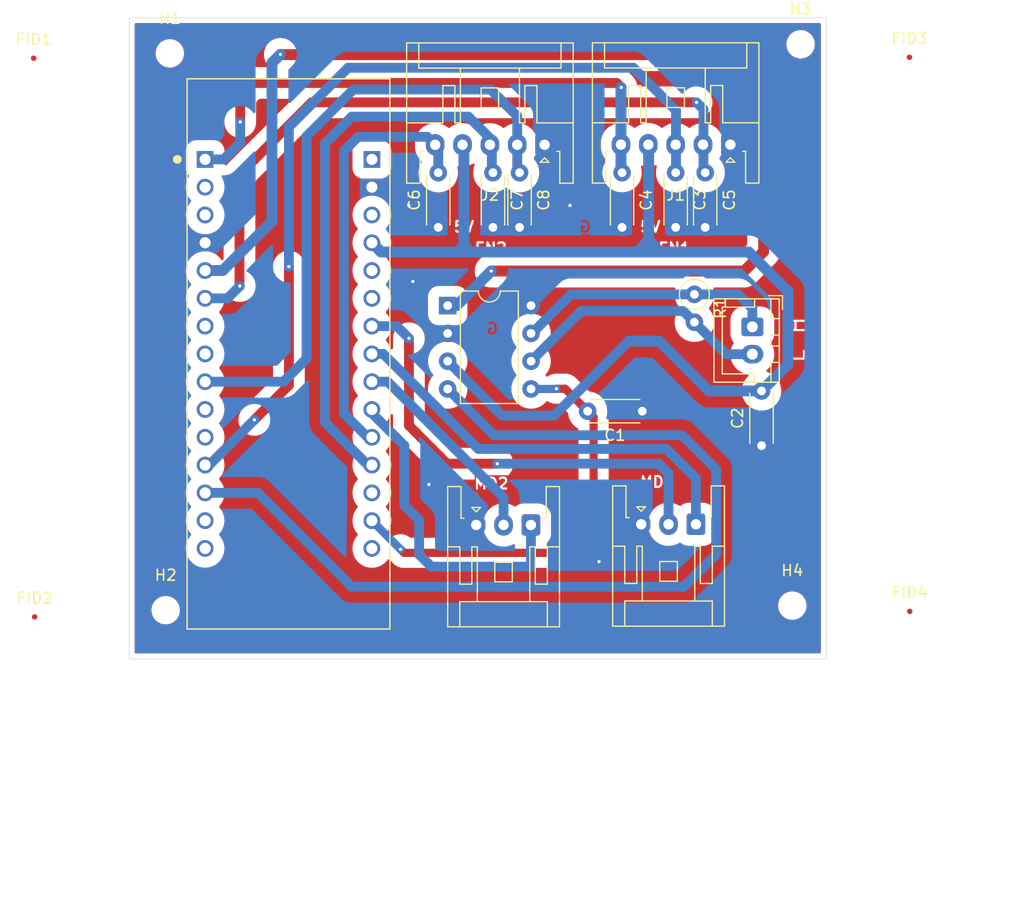
<source format=kicad_pcb>
(kicad_pcb (version 20240108) (generator "pcbnew") (generator_version "8.0")
  (layers (0 "F.Cu" signal) (31 "B.Cu" signal) (34 "B.Paste" user) (35 "F.Paste" user) (36 "B.SilkS" user "B.Silkscreen") (37 "F.SilkS" user "F.Silkscreen") (38 "B.Mask" user) (39 "F.Mask" user) (44 "Edge.Cuts" user))
  (net 0 "")
  (net 1 "A2")
  (net 2 "X2")
  (net 3 "MD1_pwm")
  (net 4 "MD2_pwm")
  (net 5 "GND")
  (net 6 "+5V")
  (net 7 "X1")
  (net 8 "A1")
  (net 9 "B1")
  (net 10 "B2")
  (net 11 "/H")
  (net 12 "/L")
  (net 13 "MD1_dir")
  (net 14 "MD2_dir")
  (net 22 "CAN_Rx")
  (net 23 "CAN_Tx")
  (net 27 "+3.3V")
  (footprint "Capacitor_THT:C_Disc_D4.3mm_W1.9mm_P5.00mm" (layer "F.Cu") (at 161.55 101.1 180)
    (property "Reference" "C1" (at 2.5 -2.2 360) (layer "F.SilkS"))
    (property "Value" "0.01μ")
    (fp_line (start 4.77 1.055) (end 4.77 1.07) (stroke (width 0.12)) (layer "F.SilkS"))
    (fp_line (start 4.77 -1.07) (end 4.77 -1.055) (stroke (width 0.12)) (layer "F.SilkS"))
    (fp_line (start 0.23 1.07) (end 4.77 1.07) (stroke (width 0.12)) (layer "F.SilkS"))
    (fp_line (start 0.23 1.055) (end 0.23 1.07) (stroke (width 0.12)) (layer "F.SilkS"))
    (fp_line (start 0.23 -1.07) (end 4.77 -1.07) (stroke (width 0.12)) (layer "F.SilkS"))
    (fp_line (start 0.23 -1.07) (end 0.23 -1.055) (stroke (width 0.12)) (layer "F.SilkS"))
    (pad "1" thru_hole circle (at 0 0 180) (size 1.6 1.6) (drill 0.8) (layers "*.Cu" "*.Mask") (net 5 "GND"))
    (pad "2" thru_hole circle (at 5 0 180) (size 1.6 1.6) (drill 0.8) (layers "*.Cu" "*.Mask") (net 27 "+3.3V"))
  )
  (footprint "Connector_JST:JST_XH_B2B-XH-A_1x02_P2.50mm_Vertical" (layer "F.Cu") (at 171.61 93.39 -90)
    (property "Reference" "J3" (hide yes))
    (property "Value" "Conn_01x02_Pin")
    (fp_line (start -2.56 3.51) (end 5.06 3.51) (stroke (width 0.12)) (layer "F.SilkS"))
    (fp_line (start 5.06 3.51) (end 5.06 -2.46) (stroke (width 0.12)) (layer "F.SilkS"))
    (fp_line (start -1.8 2.75) (end 1.25 2.75) (stroke (width 0.12)) (layer "F.SilkS"))
    (fp_line (start 4.3 2.75) (end 1.25 2.75) (stroke (width 0.12)) (layer "F.SilkS"))
    (fp_line (start -2.55 -0.2) (end -1.8 -0.2) (stroke (width 0.12)) (layer "F.SilkS"))
    (fp_line (start -1.8 -0.2) (end -1.8 2.75) (stroke (width 0.12)) (layer "F.SilkS"))
    (fp_line (start 4.3 -0.2) (end 4.3 2.75) (stroke (width 0.12)) (layer "F.SilkS"))
    (fp_line (start 5.05 -0.2) (end 4.3 -0.2) (stroke (width 0.12)) (layer "F.SilkS"))
    (fp_line (start -2.55 -1.7) (end -0.75 -1.7) (stroke (width 0.12)) (layer "F.SilkS"))
    (fp_line (start -0.75 -1.7) (end -0.75 -2.45) (stroke (width 0.12)) (layer "F.SilkS"))
    (fp_line (start 0.75 -1.7) (end 1.75 -1.7) (stroke (width 0.12)) (layer "F.SilkS"))
    (fp_line (start 1.75 -1.7) (end 1.75 -2.45) (stroke (width 0.12)) (layer "F.SilkS"))
    (fp_line (start 3.25 -1.7) (end 5.05 -1.7) (stroke (width 0.12)) (layer "F.SilkS"))
    (fp_line (start 5.05 -1.7) (end 5.05 -2.45) (stroke (width 0.12)) (layer "F.SilkS"))
    (fp_line (start -2.55 -2.45) (end -2.55 -1.7) (stroke (width 0.12)) (layer "F.SilkS"))
    (fp_line (start -0.75 -2.45) (end -2.55 -2.45) (stroke (width 0.12)) (layer "F.SilkS"))
    (fp_line (start 0.75 -2.45) (end 0.75 -1.7) (stroke (width 0.12)) (layer "F.SilkS"))
    (fp_line (start 1.75 -2.45) (end 0.75 -2.45) (stroke (width 0.12)) (layer "F.SilkS"))
    (fp_line (start 3.25 -2.45) (end 3.25 -1.7) (stroke (width 0.12)) (layer "F.SilkS"))
    (fp_line (start 5.05 -2.45) (end 3.25 -2.45) (stroke (width 0.12)) (layer "F.SilkS"))
    (fp_line (start -2.56 -2.46) (end -2.56 3.51) (stroke (width 0.12)) (layer "F.SilkS"))
    (fp_line (start 5.06 -2.46) (end -2.56 -2.46) (stroke (width 0.12)) (layer "F.SilkS"))
    (fp_line (start -2.85 -2.75) (end -2.85 -1.5) (stroke (width 0.12)) (layer "F.SilkS"))
    (fp_line (start -1.6 -2.75) (end -2.85 -2.75) (stroke (width 0.12)) (layer "F.SilkS"))
    (pad "1" thru_hole roundrect (at 0 0 270) (size 1.7 2) (drill 1) (layers "*.Cu" "*.Mask") (roundrect_rratio 0.147059) (net 11 "/H"))
    (pad "2" thru_hole oval (at 2.5 0 270) (size 1.7 2) (drill 1) (layers "*.Cu" "*.Mask") (net 12 "/L"))
  )
  (footprint "Fiducial:Fiducial_0.5mm_Mask1.5mm" (layer "F.Cu") (at 185.97 68.75)
    (property "Reference" "FID3" (at 0 -1.7145 0) (layer "F.SilkS"))
    (property "Value" "Fiducial")
    (pad "" smd circle (at 0 0) (size 0.5 0.5) (layers "F.Cu" "F.Mask") (clearance 0.5))
  )
  (footprint "Capacitor_THT:C_Disc_D4.3mm_W1.9mm_P5.00mm" (layer "F.Cu") (at 147.9 79.3 -90)
    (property "Reference" "C7" (at 2.5 -2.2 -90) (layer "F.SilkS"))
    (property "Value" "0.01μ")
    (fp_line (start 0.23 1.07) (end 4.77 1.07) (stroke (width 0.12)) (layer "F.SilkS"))
    (fp_line (start 0.23 1.055) (end 0.23 1.07) (stroke (width 0.12)) (layer "F.SilkS"))
    (fp_line (start 4.77 1.055) (end 4.77 1.07) (stroke (width 0.12)) (layer "F.SilkS"))
    (fp_line (start 0.23 -1.07) (end 0.23 -1.055) (stroke (width 0.12)) (layer "F.SilkS"))
    (fp_line (start 0.23 -1.07) (end 4.77 -1.07) (stroke (width 0.12)) (layer "F.SilkS"))
    (fp_line (start 4.77 -1.07) (end 4.77 -1.055) (stroke (width 0.12)) (layer "F.SilkS"))
    (pad "1" thru_hole circle (at 0 0 270) (size 1.6 1.6) (drill 0.8) (layers "*.Cu" "*.Mask") (net 1 "A2"))
    (pad "2" thru_hole circle (at 5 0 270) (size 1.6 1.6) (drill 0.8) (layers "*.Cu" "*.Mask") (net 5 "GND"))
  )
  (footprint "Connector_JST:JST_XA_S05B-XASK-1N-BN_1x05_P2.50mm_Horizontal" (layer "F.Cu") (at 152.62 76.75 180)
    (property "Reference" "J2" (at 5 -4.6 0) (layer "F.SilkS"))
    (property "Value" "Conn_01x05_Pin")
    (fp_line (start 12.61 9.31) (end 12.61 -3.51) (stroke (width 0.12)) (layer "F.SilkS"))
    (fp_line (start 12.61 -3.51) (end 11.39 -3.51) (stroke (width 0.12)) (layer "F.SilkS"))
    (fp_line (start 11.5 7.01) (end 11.5 9.31) (stroke (width 0.12)) (layer "F.SilkS"))
    (fp_line (start 11.39 -0.61) (end 11.11 -0.61) (stroke (width 0.12)) (layer "F.SilkS"))
    (fp_line (start 11.39 -3.51) (end 11.39 -0.61) (stroke (width 0.12)) (layer "F.SilkS"))
    (fp_line (start 9.3 5.41) (end 9.3 2) (stroke (width 0.12)) (layer "F.SilkS"))
    (fp_line (start 9.3 2) (end 12.61 2) (stroke (width 0.12)) (layer "F.SilkS"))
    (fp_line (start 8.2 5.41) (end 9.3 5.41) (stroke (width 0.12)) (layer "F.SilkS"))
    (fp_line (start 8.2 2) (end 8.2 5.41) (stroke (width 0.12)) (layer "F.SilkS"))
    (fp_line (start 7.7 7.01) (end 7.7 2) (stroke (width 0.12)) (layer "F.SilkS"))
    (fp_line (start 7.7 2) (end 8.2 2) (stroke (width 0.12)) (layer "F.SilkS"))
    (fp_line (start 5.8 5.2) (end 4.2 5.2) (stroke (width 0.12)) (layer "F.SilkS"))
    (fp_line (start 5.8 3.4) (end 5.8 5.2) (stroke (width 0.12)) (layer "F.SilkS"))
    (fp_line (start 4.2 5.2) (end 4.2 3.4) (stroke (width 0.12)) (layer "F.SilkS"))
    (fp_line (start 4.2 3.4) (end 5.8 3.4) (stroke (width 0.12)) (layer "F.SilkS"))
    (fp_line (start 2.3 7.01) (end 2.3 2) (stroke (width 0.12)) (layer "F.SilkS"))
    (fp_line (start 2.3 2) (end 1.8 2) (stroke (width 0.12)) (layer "F.SilkS"))
    (fp_line (start 1.8 5.41) (end 0.7 5.41) (stroke (width 0.12)) (layer "F.SilkS"))
    (fp_line (start 1.8 2) (end 1.8 5.41) (stroke (width 0.12)) (layer "F.SilkS"))
    (fp_line (start 0.7 5.41) (end 0.7 2) (stroke (width 0.12)) (layer "F.SilkS"))
    (fp_line (start 0.7 2) (end -2.61 2) (stroke (width 0.12)) (layer "F.SilkS"))
    (fp_line (start 0.4 -1.6) (end 0 -1.2) (stroke (width 0.12)) (layer "F.SilkS"))
    (fp_line (start 0 -1.2) (end -0.4 -1.6) (stroke (width 0.12)) (layer "F.SilkS"))
    (fp_line (start -0.4 -1.6) (end 0.4 -1.6) (stroke (width 0.12)) (layer "F.SilkS"))
    (fp_line (start -1.11 -0.61) (end -1.39 -0.61) (stroke (width 0.12)) (layer "F.SilkS"))
    (fp_line (start -1.39 -0.61) (end -1.39 -3.51) (stroke (width 0.12)) (layer "F.SilkS"))
    (fp_line (start -1.39 -3.51) (end -2.61 -3.51) (stroke (width 0.12)) (layer "F.SilkS"))
    (fp_line (start -1.5 9.31) (end -1.5 7.01) (stroke (width 0.12)) (layer "F.SilkS"))
    (fp_line (start -1.5 7.01) (end 11.5 7.01) (stroke (width 0.12)) (layer "F.SilkS"))
    (fp_line (start -2.61 9.31) (end 12.61 9.31) (stroke (width 0.12)) (layer "F.SilkS"))
    (fp_line (start -2.61 -3.51) (end -2.61 9.31) (stroke (width 0.12)) (layer "F.SilkS"))
    (pad "1" thru_hole roundrect (at 0 0 180) (size 1.7 1.95) (drill 0.95) (layers "*.Cu" "*.Mask") (roundrect_rratio 0.147059) (net 5 "GND"))
    (pad "2" thru_hole oval (at 2.5 0 180) (size 1.7 1.95) (drill 0.95) (layers "*.Cu" "*.Mask") (net 2 "X2"))
    (pad "3" thru_hole oval (at 5 0 180) (size 1.7 1.95) (drill 0.95) (layers "*.Cu" "*.Mask") (net 1 "A2"))
    (pad "4" thru_hole oval (at 7.5 0 180) (size 1.7 1.95) (drill 0.95) (layers "*.Cu" "*.Mask") (net 6 "+5V"))
    (pad "5" thru_hole oval (at 10 0 180) (size 1.7 1.95) (drill 0.95) (layers "*.Cu" "*.Mask") (net 10 "B2"))
  )
  (footprint "Resistor_THT:R_Axial_DIN0207_L6.3mm_D2.5mm_P2.54mm_Vertical" (layer "F.Cu") (at 166.31 90.424 -90)
    (property "Reference" "R1" (at 1.27 -2.37 -90) (layer "F.SilkS"))
    (property "Value" "120")
    (fp_line (start 1.37 0) (end 1.44 0) (stroke (width 0.12)) (layer "F.SilkS"))
    (fp_circle (center 0 0) (end 1.37 0) (stroke (width 0.12)) (fill none) (layer "F.SilkS"))
    (pad "1" thru_hole circle (at 0 0 270) (size 1.6 1.6) (drill 0.8) (layers "*.Cu" "*.Mask") (net 11 "/H"))
    (pad "2" thru_hole oval (at 2.54 0 270) (size 1.6 1.6) (drill 0.8) (layers "*.Cu" "*.Mask") (net 12 "/L"))
  )
  (footprint "Connector_JST:JST_XA_S05B-XASK-1N-BN_1x05_P2.50mm_Horizontal" (layer "F.Cu") (at 169.6 76.74 180)
    (property "Reference" "J1" (at 5 -4.6 0) (layer "F.SilkS"))
    (property "Value" "Conn_01x05_Pin")
    (fp_line (start 12.61 9.31) (end 12.61 -3.51) (stroke (width 0.12)) (layer "F.SilkS"))
    (fp_line (start 12.61 -3.51) (end 11.39 -3.51) (stroke (width 0.12)) (layer "F.SilkS"))
    (fp_line (start 11.5 7.01) (end 11.5 9.31) (stroke (width 0.12)) (layer "F.SilkS"))
    (fp_line (start 11.39 -0.61) (end 11.11 -0.61) (stroke (width 0.12)) (layer "F.SilkS"))
    (fp_line (start 11.39 -3.51) (end 11.39 -0.61) (stroke (width 0.12)) (layer "F.SilkS"))
    (fp_line (start 9.3 5.41) (end 9.3 2) (stroke (width 0.12)) (layer "F.SilkS"))
    (fp_line (start 9.3 2) (end 12.61 2) (stroke (width 0.12)) (layer "F.SilkS"))
    (fp_line (start 8.2 5.41) (end 9.3 5.41) (stroke (width 0.12)) (layer "F.SilkS"))
    (fp_line (start 8.2 2) (end 8.2 5.41) (stroke (width 0.12)) (layer "F.SilkS"))
    (fp_line (start 7.7 7.01) (end 7.7 2) (stroke (width 0.12)) (layer "F.SilkS"))
    (fp_line (start 7.7 2) (end 8.2 2) (stroke (width 0.12)) (layer "F.SilkS"))
    (fp_line (start 5.8 5.2) (end 4.2 5.2) (stroke (width 0.12)) (layer "F.SilkS"))
    (fp_line (start 5.8 3.4) (end 5.8 5.2) (stroke (width 0.12)) (layer "F.SilkS"))
    (fp_line (start 4.2 5.2) (end 4.2 3.4) (stroke (width 0.12)) (layer "F.SilkS"))
    (fp_line (start 4.2 3.4) (end 5.8 3.4) (stroke (width 0.12)) (layer "F.SilkS"))
    (fp_line (start 2.3 7.01) (end 2.3 2) (stroke (width 0.12)) (layer "F.SilkS"))
    (fp_line (start 2.3 2) (end 1.8 2) (stroke (width 0.12)) (layer "F.SilkS"))
    (fp_line (start 1.8 5.41) (end 0.7 5.41) (stroke (width 0.12)) (layer "F.SilkS"))
    (fp_line (start 1.8 2) (end 1.8 5.41) (stroke (width 0.12)) (layer "F.SilkS"))
    (fp_line (start 0.7 5.41) (end 0.7 2) (stroke (width 0.12)) (layer "F.SilkS"))
    (fp_line (start 0.7 2) (end -2.61 2) (stroke (width 0.12)) (layer "F.SilkS"))
    (fp_line (start 0.4 -1.6) (end 0 -1.2) (stroke (width 0.12)) (layer "F.SilkS"))
    (fp_line (start 0 -1.2) (end -0.4 -1.6) (stroke (width 0.12)) (layer "F.SilkS"))
    (fp_line (start -0.4 -1.6) (end 0.4 -1.6) (stroke (width 0.12)) (layer "F.SilkS"))
    (fp_line (start -1.11 -0.61) (end -1.39 -0.61) (stroke (width 0.12)) (layer "F.SilkS"))
    (fp_line (start -1.39 -0.61) (end -1.39 -3.51) (stroke (width 0.12)) (layer "F.SilkS"))
    (fp_line (start -1.39 -3.51) (end -2.61 -3.51) (stroke (width 0.12)) (layer "F.SilkS"))
    (fp_line (start -1.5 9.31) (end -1.5 7.01) (stroke (width 0.12)) (layer "F.SilkS"))
    (fp_line (start -1.5 7.01) (end 11.5 7.01) (stroke (width 0.12)) (layer "F.SilkS"))
    (fp_line (start -2.61 9.31) (end 12.61 9.31) (stroke (width 0.12)) (layer "F.SilkS"))
    (fp_line (start -2.61 -3.51) (end -2.61 9.31) (stroke (width 0.12)) (layer "F.SilkS"))
    (pad "1" thru_hole roundrect (at 0 0 180) (size 1.7 1.95) (drill 0.95) (layers "*.Cu" "*.Mask") (roundrect_rratio 0.147059) (net 5 "GND"))
    (pad "2" thru_hole oval (at 2.5 0 180) (size 1.7 1.95) (drill 0.95) (layers "*.Cu" "*.Mask") (net 7 "X1"))
    (pad "3" thru_hole oval (at 5 0 180) (size 1.7 1.95) (drill 0.95) (layers "*.Cu" "*.Mask") (net 8 "A1"))
    (pad "4" thru_hole oval (at 7.5 0 180) (size 1.7 1.95) (drill 0.95) (layers "*.Cu" "*.Mask") (net 6 "+5V"))
    (pad "5" thru_hole oval (at 10 0 180) (size 1.7 1.95) (drill 0.95) (layers "*.Cu" "*.Mask") (net 9 "B1"))
  )
  (footprint "Capacitor_THT:C_Disc_D4.3mm_W1.9mm_P5.00mm" (layer "F.Cu") (at 172.45 104.25 90)
    (property "Reference" "C2" (at 2.5 -2.2 90) (layer "F.SilkS"))
    (property "Value" "0.01μ")
    (fp_line (start 4.77 -1.07) (end 4.77 -1.055) (stroke (width 0.12)) (layer "F.SilkS"))
    (fp_line (start 0.23 -1.07) (end 4.77 -1.07) (stroke (width 0.12)) (layer "F.SilkS"))
    (fp_line (start 0.23 -1.07) (end 0.23 -1.055) (stroke (width 0.12)) (layer "F.SilkS"))
    (fp_line (start 4.77 1.055) (end 4.77 1.07) (stroke (width 0.12)) (layer "F.SilkS"))
    (fp_line (start 0.23 1.055) (end 0.23 1.07) (stroke (width 0.12)) (layer "F.SilkS"))
    (fp_line (start 0.23 1.07) (end 4.77 1.07) (stroke (width 0.12)) (layer "F.SilkS"))
    (pad "1" thru_hole circle (at 0 0 90) (size 1.6 1.6) (drill 0.8) (layers "*.Cu" "*.Mask") (net 5 "GND"))
    (pad "2" thru_hole circle (at 5 0 90) (size 1.6 1.6) (drill 0.8) (layers "*.Cu" "*.Mask") (net 6 "+5V"))
  )
  (footprint "MountingHole:MountingHole_2.1mm" (layer "F.Cu") (at 175.26 118.872)
    (property "Reference" "H4" (at 0 -3.2 0) (layer "F.SilkS"))
    (property "Value" "MountingHole")
    (pad "" np_thru_hole circle (at 0 0) (size 2.1 2.1) (drill 2.1) (layers "*.Cu" "*.Mask"))
  )
  (footprint "Capacitor_THT:C_Disc_D4.3mm_W1.9mm_P5.00mm" (layer "F.Cu") (at 167.3 79.3 -90)
    (property "Reference" "C5" (at 2.5 -2.2 -90) (layer "F.SilkS"))
    (property "Value" "0.01μ" (hide yes))
    (fp_line (start 0.23 1.07) (end 4.77 1.07) (stroke (width 0.12)) (layer "F.SilkS"))
    (fp_line (start 0.23 1.055) (end 0.23 1.07) (stroke (width 0.12)) (layer "F.SilkS"))
    (fp_line (start 4.77 1.055) (end 4.77 1.07) (stroke (width 0.12)) (layer "F.SilkS"))
    (fp_line (start 0.23 -1.07) (end 0.23 -1.055) (stroke (width 0.12)) (layer "F.SilkS"))
    (fp_line (start 0.23 -1.07) (end 4.77 -1.07) (stroke (width 0.12)) (layer "F.SilkS"))
    (fp_line (start 4.77 -1.07) (end 4.77 -1.055) (stroke (width 0.12)) (layer "F.SilkS"))
    (pad "1" thru_hole circle (at 0 0 270) (size 1.6 1.6) (drill 0.8) (layers "*.Cu" "*.Mask") (net 7 "X1"))
    (pad "2" thru_hole circle (at 5 0 270) (size 1.6 1.6) (drill 0.8) (layers "*.Cu" "*.Mask") (net 5 "GND"))
  )
  (footprint "Connector_JST:JST_XA_S03B-XASK-1N-BN_1x03_P2.50mm_Horizontal" (layer "F.Cu") (at 161.45 111.44)
    (property "Reference" "MD2" (hide yes))
    (property "Value" "Conn_01x03_Pin")
    (fp_line (start -2.61 -3.51) (end -2.61 9.31) (stroke (width 0.12)) (layer "F.SilkS"))
    (fp_line (start -2.61 9.31) (end 7.61 9.31) (stroke (width 0.12)) (layer "F.SilkS"))
    (fp_line (start -1.5 2) (end -2.61 2) (stroke (width 0.12)) (layer "F.SilkS"))
    (fp_line (start -1.5 5.41) (end -1.5 2) (stroke (width 0.12)) (layer "F.SilkS"))
    (fp_line (start -1.5 7.01) (end 6.5 7.01) (stroke (width 0.12)) (layer "F.SilkS"))
    (fp_line (start -1.5 9.31) (end -1.5 7.01) (stroke (width 0.12)) (layer "F.SilkS"))
    (fp_line (start -1.39 -3.51) (end -2.61 -3.51) (stroke (width 0.12)) (layer "F.SilkS"))
    (fp_line (start -1.39 -0.61) (end -1.39 -3.51) (stroke (width 0.12)) (layer "F.SilkS"))
    (fp_line (start -1.11 -0.61) (end -1.39 -0.61) (stroke (width 0.12)) (layer "F.SilkS"))
    (fp_line (start -0.4 -1.6) (end 0.4 -1.6) (stroke (width 0.12)) (layer "F.SilkS"))
    (fp_line (start -0.4 2) (end -0.4 5.41) (stroke (width 0.12)) (layer "F.SilkS"))
    (fp_line (start -0.4 5.41) (end -1.5 5.41) (stroke (width 0.12)) (layer "F.SilkS"))
    (fp_line (start 0 -1.2) (end -0.4 -1.6) (stroke (width 0.12)) (layer "F.SilkS"))
    (fp_line (start 0.1 2) (end -0.4 2) (stroke (width 0.12)) (layer "F.SilkS"))
    (fp_line (start 0.1 7.01) (end 0.1 2) (stroke (width 0.12)) (layer "F.SilkS"))
    (fp_line (start 0.4 -1.6) (end 0 -1.2) (stroke (width 0.12)) (layer "F.SilkS"))
    (fp_line (start 1.7 3.4) (end 3.3 3.4) (stroke (width 0.12)) (layer "F.SilkS"))
    (fp_line (start 1.7 5.2) (end 1.7 3.4) (stroke (width 0.12)) (layer "F.SilkS"))
    (fp_line (start 3.3 3.4) (end 3.3 5.2) (stroke (width 0.12)) (layer "F.SilkS"))
    (fp_line (start 3.3 5.2) (end 1.7 5.2) (stroke (width 0.12)) (layer "F.SilkS"))
    (fp_line (start 4.9 2) (end 5.4 2) (stroke (width 0.12)) (layer "F.SilkS"))
    (fp_line (start 4.9 7.01) (end 4.9 2) (stroke (width 0.12)) (layer "F.SilkS"))
    (fp_line (start 5.4 2) (end 5.4 5.41) (stroke (width 0.12)) (layer "F.SilkS"))
    (fp_line (start 5.4 5.41) (end 6.5 5.41) (stroke (width 0.12)) (layer "F.SilkS"))
    (fp_line (start 6.39 -3.51) (end 6.39 -0.61) (stroke (width 0.12)) (layer "F.SilkS"))
    (fp_line (start 6.39 -0.61) (end 6.11 -0.61) (stroke (width 0.12)) (layer "F.SilkS"))
    (fp_line (start 6.5 2) (end 7.61 2) (stroke (width 0.12)) (layer "F.SilkS"))
    (fp_line (start 6.5 5.41) (end 6.5 2) (stroke (width 0.12)) (layer "F.SilkS"))
    (fp_line (start 6.5 7.01) (end 6.5 9.31) (stroke (width 0.12)) (layer "F.SilkS"))
    (fp_line (start 7.61 -3.51) (end 6.39 -3.51) (stroke (width 0.12)) (layer "F.SilkS"))
    (fp_line (start 7.61 9.31) (end 7.61 -3.51) (stroke (width 0.12)) (layer "F.SilkS"))
    (pad "1" thru_hole oval (at 0 0) (size 1.7 1.95) (drill 0.95) (layers "*.Cu" "*.Mask") (net 5 "GND"))
    (pad "2" thru_hole oval (at 2.5 0) (size 1.7 1.95) (drill 0.95) (layers "*.Cu" "*.Mask") (net 4 "MD2_pwm"))
    (pad "3" thru_hole roundrect (at 5 0) (size 1.7 1.95) (drill 0.95) (layers "*.Cu" "*.Mask") (roundrect_rratio 0.1470588235) (net 14 "MD2_dir"))
  )
  (footprint "Capacitor_THT:C_Disc_D4.3mm_W1.9mm_P5.00mm" (layer "F.Cu") (at 142.9 84.3 90)
    (property "Reference" "C6" (at 2.5 -2.2 90) (layer "F.SilkS"))
    (property "Value" "0.01μ")
    (fp_line (start 4.77 -1.07) (end 4.77 -1.055) (stroke (width 0.12)) (layer "F.SilkS"))
    (fp_line (start 0.23 -1.07) (end 4.77 -1.07) (stroke (width 0.12)) (layer "F.SilkS"))
    (fp_line (start 0.23 -1.07) (end 0.23 -1.055) (stroke (width 0.12)) (layer "F.SilkS"))
    (fp_line (start 4.77 1.055) (end 4.77 1.07) (stroke (width 0.12)) (layer "F.SilkS"))
    (fp_line (start 0.23 1.055) (end 0.23 1.07) (stroke (width 0.12)) (layer "F.SilkS"))
    (fp_line (start 0.23 1.07) (end 4.77 1.07) (stroke (width 0.12)) (layer "F.SilkS"))
    (pad "1" thru_hole circle (at 0 0 90) (size 1.6 1.6) (drill 0.8) (layers "*.Cu" "*.Mask") (net 5 "GND"))
    (pad "2" thru_hole circle (at 5 0 90) (size 1.6 1.6) (drill 0.8) (layers "*.Cu" "*.Mask") (net 10 "B2"))
  )
  (footprint "NUCLEO-F303K8:MODULE_NUCLEO-F303K8" (layer "F.Cu") (at 129.21 95.865)
    (property "Reference" "U1" (hide yes))
    (property "Value" "NUCLEO-F303K8")
    (fp_line (start -9.27 -25.145) (end 9.27 -25.145) (stroke (width 0.127)) (layer "F.SilkS"))
    (fp_line (start -9.27 25.145) (end -9.27 -25.145) (stroke (width 0.127)) (layer "F.SilkS"))
    (fp_line (start 9.27 -25.145) (end 9.27 25.145) (stroke (width 0.127)) (layer "F.SilkS"))
    (fp_line (start 9.27 25.145) (end -9.27 25.145) (stroke (width 0.127)) (layer "F.SilkS"))
    (fp_circle (center -10.16 -17.78) (end -9.96 -17.78) (stroke (width 0.4)) (fill none) (layer "F.SilkS"))
    (pad "3_1" thru_hole rect (at -7.62 -17.78) (size 1.53 1.53) (drill 1.02) (layers "*.Cu" "*.Mask") (net 9 "B1"))
    (pad "3_2" thru_hole circle (at -7.62 -15.24) (size 1.53 1.53) (drill 1.02) (layers "*.Cu" "*.Mask"))
    (pad "3_3" thru_hole circle (at -7.62 -12.7) (size 1.53 1.53) (drill 1.02) (layers "*.Cu" "*.Mask"))
    (pad "3_4" thru_hole circle (at -7.62 -10.16) (size 1.53 1.53) (drill 1.02) (layers "*.Cu" "*.Mask") (net 5 "GND"))
    (pad "3_5" thru_hole circle (at -7.62 -7.62) (size 1.53 1.53) (drill 1.02) (layers "*.Cu" "*.Mask") (net 23 "CAN_Tx"))
    (pad "3_6" thru_hole circle (at -7.62 -5.08) (size 1.53 1.53) (drill 1.02) (layers "*.Cu" "*.Mask") (net 7 "X1"))
    (pad "3_7" thru_hole circle (at -7.62 -2.54) (size 1.53 1.53) (drill 1.02) (layers "*.Cu" "*.Mask"))
    (pad "3_8" thru_hole circle (at -7.62 0) (size 1.53 1.53) (drill 1.02) (layers "*.Cu" "*.Mask"))
    (pad "3_9" thru_hole circle (at -7.62 2.54) (size 1.53 1.53) (drill 1.02) (layers "*.Cu" "*.Mask") (net 2 "X2"))
    (pad "3_10" thru_hole circle (at -7.62 5.08) (size 1.53 1.53) (drill 1.02) (layers "*.Cu" "*.Mask"))
    (pad "3_11" thru_hole circle (at -7.62 7.62) (size 1.53 1.53) (drill 1.02) (layers "*.Cu" "*.Mask"))
    (pad "3_12" thru_hole circle (at -7.62 10.16) (size 1.53 1.53) (drill 1.02) (layers "*.Cu" "*.Mask") (net 8 "A1"))
    (pad "3_13" thru_hole circle (at -7.62 12.7) (size 1.53 1.53) (drill 1.02) (layers "*.Cu" "*.Mask") (net 22 "CAN_Rx"))
    (pad "3_14" thru_hole circle (at -7.62 15.24) (size 1.53 1.53) (drill 1.02) (layers "*.Cu" "*.Mask"))
    (pad "3_15" thru_hole circle (at -7.62 17.78) (size 1.53 1.53) (drill 1.02) (layers "*.Cu" "*.Mask"))
    (pad "4_1" thru_hole rect (at 7.62 -17.78) (size 1.53 1.53) (drill 1.02) (layers "*.Cu" "*.Mask"))
    (pad "4_2" thru_hole circle (at 7.62 -15.24) (size 1.53 1.53) (drill 1.02) (layers "*.Cu" "*.Mask") (net 5 "GND"))
    (pad "4_3" thru_hole circle (at 7.62 -12.7) (size 1.53 1.53) (drill 1.02) (layers "*.Cu" "*.Mask"))
    (pad "4_4" thru_hole circle (at 7.62 -10.16) (size 1.53 1.53) (drill 1.02) (layers "*.Cu" "*.Mask") (net 6 "+5V"))
    (pad "4_5" thru_hole circle (at 7.62 -7.62) (size 1.53 1.53) (drill 1.02) (layers "*.Cu" "*.Mask"))
    (pad "4_6" thru_hole circle (at 7.62 -5.08) (size 1.53 1.53) (drill 1.02) (layers "*.Cu" "*.Mask"))
    (pad "4_7" thru_hole circle (at 7.62 -2.54) (size 1.53 1.53) (drill 1.02) (layers "*.Cu" "*.Mask") (net 4 "MD2_pwm"))
    (pad "4_8" thru_hole circle (at 7.62 0) (size 1.53 1.53) (drill 1.02) (layers "*.Cu" "*.Mask") (net 14 "MD2_dir"))
    (pad "4_9" thru_hole circle (at 7.62 2.54) (size 1.53 1.53) (drill 1.02) (layers "*.Cu" "*.Mask") (net 3 "MD1_pwm"))
    (pad "4_10" thru_hole circle (at 7.62 5.08) (size 1.53 1.53) (drill 1.02) (layers "*.Cu" "*.Mask") (net 13 "MD1_dir"))
    (pad "4_11" thru_hole circle (at 7.62 7.62) (size 1.53 1.53) (drill 1.02) (layers "*.Cu" "*.Mask") (net 10 "B2"))
    (pad "4_12" thru_hole circle (at 7.62 10.16) (size 1.53 1.53) (drill 1.02) (layers "*.Cu" "*.Mask") (net 1 "A2"))
    (pad "4_13" thru_hole circle (at 7.62 12.7) (size 1.53 1.53) (drill 1.02) (layers "*.Cu" "*.Mask"))
    (pad "4_14" thru_hole circle (at 7.62 15.24) (size 1.53 1.53) (drill 1.02) (layers "*.Cu" "*.Mask") (net 27 "+3.3V"))
    (pad "4_15" thru_hole circle (at 7.62 17.78) (size 1.53 1.53) (drill 1.02) (layers "*.Cu" "*.Mask"))
  )
  (footprint "Capacitor_THT:C_Disc_D4.3mm_W1.9mm_P5.00mm" (layer "F.Cu") (at 150.33 79.3 -90)
    (property "Reference" "C8" (at 2.5 -2.2 -90) (layer "F.SilkS"))
    (property "Value" "0.01μ")
    (fp_line (start 0.23 1.07) (end 4.77 1.07) (stroke (width 0.12)) (layer "F.SilkS"))
    (fp_line (start 0.23 1.055) (end 0.23 1.07) (stroke (width 0.12)) (layer "F.SilkS"))
    (fp_line (start 4.77 1.055) (end 4.77 1.07) (stroke (width 0.12)) (layer "F.SilkS"))
    (fp_line (start 0.23 -1.07) (end 0.23 -1.055) (stroke (width 0.12)) (layer "F.SilkS"))
    (fp_line (start 0.23 -1.07) (end 4.77 -1.07) (stroke (width 0.12)) (layer "F.SilkS"))
    (fp_line (start 4.77 -1.07) (end 4.77 -1.055) (stroke (width 0.12)) (layer "F.SilkS"))
    (pad "1" thru_hole circle (at 0 0 270) (size 1.6 1.6) (drill 0.8) (layers "*.Cu" "*.Mask") (net 2 "X2"))
    (pad "2" thru_hole circle (at 5 0 270) (size 1.6 1.6) (drill 0.8) (layers "*.Cu" "*.Mask") (net 5 "GND"))
  )
  (footprint "Fiducial:Fiducial_0.5mm_Mask1.5mm" (layer "F.Cu") (at 106.008 119.904)
    (property "Reference" "FID2" (at 0 -1.7145 0) (layer "F.SilkS"))
    (property "Value" "Fiducial")
    (pad "" smd circle (at 0 0) (size 0.5 0.5) (layers "F.Cu" "F.Mask") (clearance 0.5))
  )
  (footprint "MountingHole:MountingHole_2.1mm" (layer "F.Cu") (at 176.022 67.564)
    (property "Reference" "H3" (at 0 -3.2 0) (layer "F.SilkS"))
    (property "Value" "MountingHole")
    (pad "" np_thru_hole circle (at 0 0) (size 2.1 2.1) (drill 2.1) (layers "*.Cu" "*.Mask"))
  )
  (footprint "MountingHole:MountingHole_2.1mm" (layer "F.Cu") (at 117.984 119.29)
    (property "Reference" "H2" (at 0 -3.2 0) (layer "F.SilkS"))
    (property "Value" "MountingHole")
    (pad "" np_thru_hole circle (at 0 0) (size 2.1 2.1) (drill 2.1) (layers "*.Cu" "*.Mask"))
  )
  (footprint "Fiducial:Fiducial_0.5mm_Mask1.5mm" (layer "F.Cu") (at 186 119.4)
    (property "Reference" "FID4" (at 0 -1.7145 0) (layer "F.SilkS"))
    (property "Value" "Fiducial")
    (pad "" smd circle (at 0 0) (size 0.5 0.5) (layers "F.Cu" "F.Mask") (clearance 0.5))
  )
  (footprint "Package_DIP:DIP-8_W7.62mm" (layer "F.Cu") (at 143.76 91.45)
    (property "Reference" "U2" (hide yes))
    (property "Value" "MCP2562-E-P")
    (fp_line (start 1.16 -1.33) (end 1.16 8.95) (stroke (width 0.12)) (layer "F.SilkS"))
    (fp_line (start 1.16 8.95) (end 6.46 8.95) (stroke (width 0.12)) (layer "F.SilkS"))
    (fp_line (start 2.81 -1.33) (end 1.16 -1.33) (stroke (width 0.12)) (layer "F.SilkS"))
    (fp_line (start 6.46 -1.33) (end 4.81 -1.33) (stroke (width 0.12)) (layer "F.SilkS"))
    (fp_line (start 6.46 8.95) (end 6.46 -1.33) (stroke (width 0.12)) (layer "F.SilkS"))
    (fp_arc (start 4.81 -1.33) (mid 3.81 -0.33) (end 2.81 -1.33) (stroke (width 0.12)) (layer "F.SilkS"))
    (pad "1" thru_hole rect (at 0 0) (size 1.6 1.6) (drill 0.8) (layers "*.Cu" "*.Mask") (net 23 "CAN_Tx"))
    (pad "2" thru_hole oval (at 0 2.54) (size 1.6 1.6) (drill 0.8) (layers "*.Cu" "*.Mask") (net 5 "GND"))
    (pad "3" thru_hole oval (at 0 5.08) (size 1.6 1.6) (drill 0.8) (layers "*.Cu" "*.Mask") (net 6 "+5V"))
    (pad "4" thru_hole oval (at 0 7.62) (size 1.6 1.6) (drill 0.8) (layers "*.Cu" "*.Mask") (net 22 "CAN_Rx"))
    (pad "5" thru_hole oval (at 7.62 7.62) (size 1.6 1.6) (drill 0.8) (layers "*.Cu" "*.Mask") (net 27 "+3.3V"))
    (pad "6" thru_hole oval (at 7.62 5.08) (size 1.6 1.6) (drill 0.8) (layers "*.Cu" "*.Mask") (net 12 "/L"))
    (pad "7" thru_hole oval (at 7.62 2.54) (size 1.6 1.6) (drill 0.8) (layers "*.Cu" "*.Mask") (net 11 "/H"))
    (pad "8" thru_hole oval (at 7.62 0) (size 1.6 1.6) (drill 0.8) (layers "*.Cu" "*.Mask") (net 5 "GND"))
  )
  (footprint "Fiducial:Fiducial_0.5mm_Mask1.5mm" (layer "F.Cu") (at 105.918 68.834)
    (property "Reference" "FID1" (at 0 -1.7145 0) (layer "F.SilkS"))
    (property "Value" "Fiducial")
    (pad "" smd circle (at 0 0) (size 0.5 0.5) (layers "F.Cu" "F.Mask") (clearance 0.5))
  )
  (footprint "Capacitor_THT:C_Disc_D4.3mm_W1.9mm_P5.00mm" (layer "F.Cu") (at 159.7 79.3 -90)
    (property "Reference" "C4" (at 2.5 -2.2 -90) (layer "F.SilkS"))
    (property "Value" "0.01μ")
    (fp_line (start 0.23 1.07) (end 4.77 1.07) (stroke (width 0.12)) (layer "F.SilkS"))
    (fp_line (start 0.23 1.055) (end 0.23 1.07) (stroke (width 0.12)) (layer "F.SilkS"))
    (fp_line (start 4.77 1.055) (end 4.77 1.07) (stroke (width 0.12)) (layer "F.SilkS"))
    (fp_line (start 0.23 -1.07) (end 0.23 -1.055) (stroke (width 0.12)) (layer "F.SilkS"))
    (fp_line (start 0.23 -1.07) (end 4.77 -1.07) (stroke (width 0.12)) (layer "F.SilkS"))
    (fp_line (start 4.77 -1.07) (end 4.77 -1.055) (stroke (width 0.12)) (layer "F.SilkS"))
    (pad "1" thru_hole circle (at 0 0 270) (size 1.6 1.6) (drill 0.8) (layers "*.Cu" "*.Mask") (net 9 "B1"))
    (pad "2" thru_hole circle (at 5 0 270) (size 1.6 1.6) (drill 0.8) (layers "*.Cu" "*.Mask") (net 5 "GND"))
  )
  (footprint "Capacitor_THT:C_Disc_D4.3mm_W1.9mm_P5.00mm" (layer "F.Cu") (at 164.6 79.3 -90)
    (property "Reference" "C3" (at 2.5 -2.2 -90) (layer "F.SilkS"))
    (property "Value" "0.01μ")
    (fp_line (start 0.23 1.07) (end 4.77 1.07) (stroke (width 0.12)) (layer "F.SilkS"))
    (fp_line (start 0.23 1.055) (end 0.23 1.07) (stroke (width 0.12)) (layer "F.SilkS"))
    (fp_line (start 4.77 1.055) (end 4.77 1.07) (stroke (width 0.12)) (layer "F.SilkS"))
    (fp_line (start 0.23 -1.07) (end 0.23 -1.055) (stroke (width 0.12)) (layer "F.SilkS"))
    (fp_line (start 0.23 -1.07) (end 4.77 -1.07) (stroke (width 0.12)) (layer "F.SilkS"))
    (fp_line (start 4.77 -1.07) (end 4.77 -1.055) (stroke (width 0.12)) (layer "F.SilkS"))
    (pad "1" thru_hole circle (at 0 0 270) (size 1.6 1.6) (drill 0.8) (layers "*.Cu" "*.Mask") (net 8 "A1"))
    (pad "2" thru_hole circle (at 5 0 270) (size 1.6 1.6) (drill 0.8) (layers "*.Cu" "*.Mask") (net 5 "GND"))
  )
  (footprint "MountingHole:MountingHole_2.1mm" (layer "F.Cu") (at 118.364 68.39)
    (property "Reference" "H1" (at 0 -3.2 0) (layer "F.SilkS"))
    (property "Value" "MountingHole")
    (pad "" np_thru_hole circle (at 0 0) (size 2.1 2.1) (drill 2.1) (layers "*.Cu" "*.Mask"))
  )
  (footprint "Connector_JST:JST_XA_S03B-XASK-1N-BN_1x03_P2.50mm_Horizontal" (layer "F.Cu") (at 146.37 111.5)
    (property "Reference" "MD1" (hide yes))
    (property "Value" "Conn_01x03_Pin")
    (fp_line (start -2.61 -3.51) (end -2.61 9.31) (stroke (width 0.12)) (layer "F.SilkS"))
    (fp_line (start -2.61 9.31) (end 7.61 9.31) (stroke (width 0.12)) (layer "F.SilkS"))
    (fp_line (start -1.5 2) (end -2.61 2) (stroke (width 0.12)) (layer "F.SilkS"))
    (fp_line (start -1.5 5.41) (end -1.5 2) (stroke (width 0.12)) (layer "F.SilkS"))
    (fp_line (start -1.5 7.01) (end 6.5 7.01) (stroke (width 0.12)) (layer "F.SilkS"))
    (fp_line (start -1.5 9.31) (end -1.5 7.01) (stroke (width 0.12)) (layer "F.SilkS"))
    (fp_line (start -1.39 -3.51) (end -2.61 -3.51) (stroke (width 0.12)) (layer "F.SilkS"))
    (fp_line (start -1.39 -0.61) (end -1.39 -3.51) (stroke (width 0.12)) (layer "F.SilkS"))
    (fp_line (start -1.11 -0.61) (end -1.39 -0.61) (stroke (width 0.12)) (layer "F.SilkS"))
    (fp_line (start -0.4 -1.6) (end 0.4 -1.6) (stroke (width 0.12)) (layer "F.SilkS"))
    (fp_line (start -0.4 2) (end -0.4 5.41) (stroke (width 0.12)) (layer "F.SilkS"))
    (fp_line (start -0.4 5.41) (end -1.5 5.41) (stroke (width 0.12)) (layer "F.SilkS"))
    (fp_line (start 0 -1.2) (end -0.4 -1.6) (stroke (width 0.12)) (layer "F.SilkS"))
    (fp_line (start 0.1 2) (end -0.4 2) (stroke (width 0.12)) (layer "F.SilkS"))
    (fp_line (start 0.1 7.01) (end 0.1 2) (stroke (width 0.12)) (layer "F.SilkS"))
    (fp_line (start 0.4 -1.6) (end 0 -1.2) (stroke (width 0.12)) (layer "F.SilkS"))
    (fp_line (start 1.7 3.4) (end 3.3 3.4) (stroke (width 0.12)) (layer "F.SilkS"))
    (fp_line (start 1.7 5.2) (end 1.7 3.4) (stroke (width 0.12)) (layer "F.SilkS"))
    (fp_line (start 3.3 3.4) (end 3.3 5.2) (stroke (width 0.12)) (layer "F.SilkS"))
    (fp_line (start 3.3 5.2) (end 1.7 5.2) (stroke (width 0.12)) (layer "F.SilkS"))
    (fp_line (start 4.9 2) (end 5.4 2) (stroke (width 0.12)) (layer "F.SilkS"))
    (fp_line (start 4.9 7.01) (end 4.9 2) (stroke (width 0.12)) (layer "F.SilkS"))
    (fp_line (start 5.4 2) (end 5.4 5.41) (stroke (width 0.12)) (layer "F.SilkS"))
    (fp_line (start 5.4 5.41) (end 6.5 5.41) (stroke (width 0.12)) (layer "F.SilkS"))
    (fp_line (start 6.39 -3.51) (end 6.39 -0.61) (stroke (width 0.12)) (layer "F.SilkS"))
    (fp_line (start 6.39 -0.61) (end 6.11 -0.61) (stroke (width 0.12)) (layer "F.SilkS"))
    (fp_line (start 6.5 2) (end 7.61 2) (stroke (width 0.12)) (layer "F.SilkS"))
    (fp_line (start 6.5 5.41) (end 6.5 2) (stroke (width 0.12)) (layer "F.SilkS"))
    (fp_line (start 6.5 7.01) (end 6.5 9.31) (stroke (width 0.12)) (layer "F.SilkS"))
    (fp_line (start 7.61 -3.51) (end 6.39 -3.51) (stroke (width 0.12)) (layer "F.SilkS"))
    (fp_line (start 7.61 9.31) (end 7.61 -3.51) (stroke (width 0.12)) (layer "F.SilkS"))
    (pad "1" thru_hole oval (at 0 0) (size 1.7 1.95) (drill 0.95) (layers "*.Cu" "*.Mask") (net 5 "GND"))
    (pad "2" thru_hole oval (at 2.5 0) (size 1.7 1.95) (drill 0.95) (layers "*.Cu" "*.Mask") (net 3 "MD1_pwm"))
    (pad "3" thru_hole roundrect (at 5 0) (size 1.7 1.95) (drill 0.95) (layers "*.Cu" "*.Mask") (roundrect_rratio 0.1470588235) (net 13 "MD1_dir"))
  )
  (gr_rect (start 114.65 65.124) (end 178.37 123.738) (stroke (width 0.05)) (fill none) (layer "Edge.Cuts"))
  (gr_text "G" (at 153.26 84.836 0) (layer "F.Cu" knockout) (effects (font (size 1 1) (thickness 0.2) (bold yes)) (justify right bottom)))
  (gr_text "L" (at 176.53 96.79 90) (layer "F.Cu" knockout) (effects (font (size 1.5 1.5) (thickness 0.2)) (justify left bottom)))
  (gr_text "5V" (at 146.28 84.836 0) (layer "F.Cu" knockout) (effects (font (size 1 1) (thickness 0.2) (bold yes)) (justify right bottom)))
  (gr_text "EN2" (at 146.12 86.8 0) (layer "F.Cu" knockout) (effects (font (size 1 1) (thickness 0.2) (bold yes)) (justify left bottom)))
  (gr_text "5V" (at 163.322 84.836 0) (layer "F.Cu" knockout) (effects (font (size 1 1) (thickness 0.2) (bold yes)) (justify right bottom)))
  (gr_text "MD2" (at 146.07 108.3 0) (layer "F.Cu" knockout) (effects (font (size 1 1) (thickness 0.2)) (justify left bottom)))
  (gr_text "EN1" (at 162.9 86.8 0) (layer "F.Cu" knockout) (effects (font (size 1 1) (thickness 0.2) (bold yes)) (justify left bottom)))
  (gr_text "G" (at 160.782 109.728 0) (layer "F.Cu" knockout) (effects (font (size 1 1) (thickness 0.2) (bold yes)) (justify left bottom)))
  (gr_text "G" (at 170.18 84.836 0) (layer "F.Cu" knockout) (effects (font (size 1 1) (thickness 0.2) (bold yes)) (justify right bottom)))
  (gr_text "H" (at 176.53 94.18 90) (layer "F.Cu" knockout) (effects (font (size 1.5 1.5) (thickness 0.2)) (justify left bottom)))
  (gr_text "G" (at 145.542 109.8 0) (layer "F.Cu" knockout) (effects (font (size 1 1) (thickness 0.2) (bold yes)) (justify left bottom)))
  (gr_text "MD1" (at 161.23 108.16 0) (layer "F.Cu" knockout) (effects (font (size 1 1) (thickness 0.2)) (justify left bottom)))
  (gr_text "G" (at 148.48 94.14 0) (layer "B.Cu" knockout) (effects (font (size 1 1) (thickness 0.2)) (justify left bottom mirror)))
  (gr_text "G" (at 156.972 84.836 0) (layer "B.Cu" knockout) (effects (font (size 1 1) (thickness 0.2)) (justify left bottom mirror)))
  (segment (start 134.99 74.18) (end 145.66 74.18) (width 0.9) (layer "B.Cu") (net 1))
  (segment (start 132.55 76.62) (end 134.99 74.18) (width 0.9) (layer "B.Cu") (net 1))
  (segment (start 136.4604 106.025) (end 132.55 102.1146) (width 0.9) (layer "B.Cu") (net 1))
  (segment (start 145.66 74.18) (end 147.8 76.32) (width 0.9) (layer "B.Cu") (net 1))
  (segment (start 147.8 76.32) (end 147.8 79.52) (width 0.9) (layer "B.Cu") (net 1))
  (segment (start 136.83 106.025) (end 136.4604 106.025) (width 0.9) (layer "B.Cu") (net 1))
  (segment (start 132.55 102.1146) (end 132.55 76.62) (width 0.9) (layer "B.Cu") (net 1))
  (segment (start 128.755 98.405) (end 130.86 96.3) (width 0.9) (layer "B.Cu") (net 2))
  (segment (start 135.13 71.7) (end 147.695184 71.7) (width 0.9) (layer "B.Cu") (net 2))
  (segment (start 130.86 96.3) (end 130.86 75.97) (width 0.9) (layer "B.Cu") (net 2))
  (segment (start 150.41 79.59) (end 150.41 79.67) (width 0.9) (layer "B.Cu") (net 2))
  (segment (start 121.59 98.405) (end 128.755 98.405) (width 0.9) (layer "B.Cu") (net 2))
  (segment (start 130.86 75.97) (end 135.13 71.7) (width 0.9) (layer "B.Cu") (net 2))
  (segment (start 150.12 74.124816) (end 150.12 79.3) (width 0.9) (layer "B.Cu") (net 2))
  (segment (start 147.695184 71.7) (end 150.12 74.124816) (width 0.9) (layer "B.Cu") (net 2))
  (segment (start 150.12 79.3) (end 150.41 79.59) (width 0.9) (layer "B.Cu") (net 2))
  (segment (start 148.87 111.71) (end 148.87 109) (width 0.9) (layer "B.Cu") (net 3))
  (segment (start 138.275 98.405) (end 136.83 98.405) (width 0.9) (layer "B.Cu") (net 3))
  (segment (start 148.87 109) (end 138.275 98.405) (width 0.9) (layer "B.Cu") (net 3))
  (segment (start 140.2199 102.4099) (end 140.2199 94.4401) (width 0.9) (layer "F.Cu") (net 4))
  (segment (start 148.3 105.9) (end 143.71 105.9) (width 0.9) (layer "F.Cu") (net 4))
  (segment (start 143.71 105.9) (end 140.2199 102.4099) (width 0.9) (layer "F.Cu") (net 4))
  (via (at 140.2199 94.4401) (size 0.6) (drill 0.3) (layers "F.Cu" "B.Cu") (net 4))
  (via (at 148.3 105.9) (size 0.6) (drill 0.3) (layers "F.Cu" "B.Cu") (net 4))
  (segment (start 140.2199 94.4401) (end 139.1048 93.325) (width 0.9) (layer "B.Cu") (net 4))
  (segment (start 148.3 105.9) (end 163.05 105.9) (width 0.9) (layer "B.Cu") (net 4))
  (segment (start 163.95 106.8) (end 163.95 111.44) (width 0.9) (layer "B.Cu") (net 4))
  (segment (start 139.1048 93.325) (end 136.83 93.325) (width 0.9) (layer "B.Cu") (net 4))
  (segment (start 163.05 105.9) (end 163.95 106.8) (width 0.9) (layer "B.Cu") (net 4))
  (via (at 142.05 107.8) (size 0.6) (drill 0.3) (layers "F.Cu" "B.Cu") (net 5))
  (via (at 154.94 82.296) (size 0.6) (drill 0.3) (layers "F.Cu" "B.Cu") (net 5))
  (via (at 157.6 114.85) (size 0.6) (drill 0.3) (layers "F.Cu" "B.Cu") (net 5))
  (via (at 140.208 82.296) (size 0.6) (drill 0.3) (layers "F.Cu" "B.Cu") (net 5))
  (via (at 140.58 89.24) (size 0.6) (drill 0.3) (layers "F.Cu" "B.Cu") (net 5))
  (segment (start 121.278 85.705) (end 121.59 85.705) (width 0.9) (layer "B.Cu") (net 5))
  (segment (start 162.13 85.48) (end 162.13 86.48) (width 1) (layer "B.Cu") (net 6))
  (segment (start 145.83 86.55) (end 160.98 86.55) (width 1) (layer "B.Cu") (net 6))
  (segment (start 148.73 101.5) (end 143.76 96.53) (width 0.9) (layer "B.Cu") (net 6))
  (segment (start 162.13 76.77) (end 162.13 85.48) (width 1) (layer "B.Cu") (net 6))
  (segment (start 162.13 85.48) (end 163.2 86.55) (width 1) (layer "B.Cu") (net 6))
  (segment (start 161.06 86.55) (end 162.13 85.48) (width 1) (layer "B.Cu") (net 6))
  (segment (start 160.98 86.55) (end 161.06 86.55) (width 1) (layer "B.Cu") (net 6))
  (segment (start 145.24 85.94) (end 145.23 85.95) (width 1) (layer "B.Cu") (net 6))
  (segment (start 174.87 96.83) (end 174.87 90.15) (width 1) (layer "B.Cu") (net 6))
  (segment (start 160.3 94.7) (end 163.1 94.7) (width 1) (layer "B.Cu") (net 6))
  (segment (start 145.83 86.55) (end 146.36 86.55) (width 1) (layer "B.Cu") (net 6))
  (segment (start 144.63 86.55) (end 145.83 86.55) (width 1) (layer "B.Cu") (net 6))
  (segment (start 145.24 85.96) (end 145.83 86.55) (width 1) (layer "B.Cu") (net 6))
  (segment (start 137.675 86.55) (end 144.63 86.55) (width 1) (layer "B.Cu") (net 6))
  (segment (start 145.24 76.87) (end 145.24 85.94) (width 1) (layer "B.Cu") (net 6))
  (segment (start 161.8 94.7) (end 160.3 94.7) (width 0.9) (layer "B.Cu") (net 6))
  (segment (start 153.5 101.5) (end 148.73 101.5) (width 0.9) (layer "B.Cu") (net 6))
  (segment (start 160.3 94.7) (end 153.5 101.5) (width 0.9) (layer "B.Cu") (net 6))
  (segment (start 145.24 85.94) (end 145.24 85.96) (width 1) (layer "B.Cu") (net 6))
  (segment (start 145.12 76.75) (end 145.24 76.87) (width 1) (layer "B.Cu") (net 6))
  (segment (start 163.1 94.7) (end 167.65 99.25) (width 1) (layer "B.Cu") (net 6))
  (segment (start 172.45 99.25) (end 174.87 96.83) (width 1) (layer "B.Cu") (net 6))
  (segment (start 163.2 86.55) (end 163.58 86.55) (width 1) (layer "B.Cu") (net 6))
  (segment (start 167.65 99.25) (end 172.45 99.25) (width 1) (layer "B.Cu") (net 6))
  (segment (start 162.1 76.74) (end 162.13 76.77) (width 1) (layer "B.Cu") (net 6))
  (segment (start 144.63 86.55) (end 145.23 85.95) (width 1) (layer "B.Cu") (net 6))
  (segment (start 174.87 90.15) (end 171.27 86.55) (width 1) (layer "B.Cu") (net 6))
  (segment (start 162.13 86.48) (end 162.2 86.55) (width 1) (layer "B.Cu") (net 6))
  (segment (start 136.83 85.705) (end 137.675 86.55) (width 1) (layer "B.Cu") (net 6))
  (segment (start 171.27 86.55) (end 160.98 86.55) (width 1) (layer "B.Cu") (net 6))
  (segment (start 166.51 72.87) (end 131.33 72.87) (width 0.9) (layer "F.Cu") (net 7))
  (segment (start 131.33 72.87) (end 124.73 79.47) (width 0.9) (layer "F.Cu") (net 7))
  (segment (start 124.73 89.63) (end 124.76 89.66) (width 0.9) (layer "F.Cu") (net 7))
  (segment (start 124.73 79.47) (end 124.73 89.63) (width 0.9) (layer "F.Cu") (net 7))
  (via (at 124.76 89.66) (size 0.6) (drill 0.3) (layers "F.Cu" "B.Cu") (net 7))
  (via (at 166.51 72.87) (size 0.6) (drill 0.3) (layers "F.Cu" "B.Cu") (net 7))
  (segment (start 167.14 79.422) (end 167.22 79.502) (width 0.9) (layer "B.Cu") (net 7))
  (segment (start 167.14 73.5) (end 167.14 79.422) (width 0.9) (layer "B.Cu") (net 7))
  (segment (start 123.635 90.785) (end 121.59 90.785) (width 0.9) (layer "B.Cu") (net 7))
  (segment (start 124.76 89.66) (end 123.635 90.785) (width 0.9) (layer "B.Cu") (net 7))
  (segment (start 166.51 72.87) (end 167.14 73.5) (width 0.9) (layer "B.Cu") (net 7))
  (segment (start 129.248 98.7334) (end 129.248 87.8867) (width 0.9) (layer "F.Cu") (net 8))
  (segment (start 126.0907 101.8907) (end 129.248 98.7334) (width 0.9) (layer "F.Cu") (net 8))
  (via (at 129.248 87.8867) (size 0.6) (drill 0.3) (layers "F.Cu" "B.Cu") (net 8))
  (via (at 126.0907 101.8907) (size 0.6) (drill 0.3) (layers "F.Cu" "B.Cu") (net 8))
  (segment (start 121.9564 106.025) (end 121.59 106.025) (width 0.9) (layer "B.Cu") (net 8))
  (segment (start 126.0907 101.8907) (end 121.9564 106.025) (width 0.9) (layer "B.Cu") (net 8))
  (segment (start 129.248 87.8867) (end 129.248 75.1167) (width 0.9) (layer "B.Cu") (net 8))
  (segment (start 160.7308 69.7108) (end 164.63 73.61) (width 0.9) (layer "B.Cu") (net 8))
  (segment (start 164.63 73.61) (end 164.63 79.502) (width 0.9) (layer "B.Cu") (net 8))
  (segment (start 134.6539 69.7108) (end 160.7308 69.7108) (width 0.9) (layer "B.Cu") (net 8))
  (segment (start 129.248 75.1167) (end 134.6539 69.7108) (width 0.9) (layer "B.Cu") (net 8))
  (segment (start 159.63 71.51) (end 159.22 71.1) (width 0.9) (layer "F.Cu") (net 9))
  (segment (start 124.8 72.24) (end 124.8 74.66) (width 0.9) (layer "F.Cu") (net 9))
  (segment (start 159.22 71.1) (end 125.94 71.1) (width 0.9) (layer "F.Cu") (net 9))
  (segment (start 125.94 71.1) (end 124.8 72.24) (width 0.9) (layer "F.Cu") (net 9))
  (via (at 124.8 74.66) (size 0.6) (drill 0.3) (layers "F.Cu" "B.Cu") (net 9))
  (via (at 159.63 71.51) (size 0.6) (drill 0.3) (layers "F.Cu" "B.Cu") (net 9))
  (segment (start 159.6 71.54) (end 159.6 79.16) (width 1) (layer "B.Cu") (net 9))
  (segment (start 159.6 79.16) (end 159.512 79.248) (width 1) (layer "B.Cu") (net 9))
  (segment (start 159.63 71.51) (end 159.6 71.54) (width 1) (layer "B.Cu") (net 9))
  (segment (start 123.285 78.085) (end 121.59 78.085) (width 0.9) (layer "B.Cu") (net 9))
  (segment (start 124.8 74.66) (end 124.8 76.57) (width 0.9) (layer "B.Cu") (net 9))
  (segment (start 124.8 76.57) (end 123.285 78.085) (width 0.9) (layer "B.Cu") (net 9))
  (segment (start 141.8947 76.0247) (end 135.5598 76.0247) (width 0.9) (layer "B.Cu") (net 10))
  (segment (start 135.5598 76.0247) (end 134.27 77.3145) (width 0.9) (layer "B.Cu") (net 10))
  (segment (start 142.92 79.67) (end 142.9 79.65) (width 0.9) (layer "B.Cu") (net 10))
  (segment (start 136.4435 103.485) (end 136.83 103.485) (width 0.9) (layer "B.Cu") (net 10))
  (segment (start 142.9 79.65) (end 142.9 77.03) (width 0.9) (layer "B.Cu") (net 10))
  (segment (start 142.9 77.03) (end 141.8947 76.0247) (width 0.9) (layer "B.Cu") (net 10))
  (segment (start 134.27 101.3115) (end 136.4435 103.485) (width 0.9) (layer "B.Cu") (net 10))
  (segment (start 134.27 77.3145) (end 134.27 101.3115) (width 0.9) (layer "B.Cu") (net 10))
  (segment (start 155.026 90.424) (end 170.334 90.424) (width 0.9) (layer "B.Cu") (net 11))
  (segment (start 151.46 93.99) (end 155.026 90.424) (width 0.9) (layer "B.Cu") (net 11))
  (segment (start 170.334 90.424) (end 171.61 91.7) (width 0.9) (layer "B.Cu") (net 11))
  (segment (start 151.38 93.99) (end 151.46 93.99) (width 0.9) (layer "B.Cu") (net 11))
  (segment (start 171.61 91.7) (end 171.61 93.39) (width 0.9) (layer "B.Cu") (net 11))
  (segment (start 169.236 95.89) (end 171.61 95.89) (width 0.9) (layer "B.Cu") (net 12))
  (segment (start 151.38 96.53) (end 155.97 91.94) (width 0.9) (layer "B.Cu") (net 12))
  (segment (start 155.97 91.94) (end 165.286 91.94) (width 0.9) (layer "B.Cu") (net 12))
  (segment (start 166.31 92.964) (end 169.236 95.89) (width 0.9) (layer "B.Cu") (net 12))
  (segment (start 165.286 91.94) (end 166.31 92.964) (width 0.9) (layer "B.Cu") (net 12))
  (segment (start 139.8 109.7) (end 139.8 104.25) (width 0.9) (layer "B.Cu") (net 13))
  (segment (start 151.37 115.316) (end 142.266 115.316) (width 0.9) (layer "B.Cu") (net 13))
  (segment (start 139.8 104.25) (end 136.83 101.28) (width 0.9) (layer "B.Cu") (net 13))
  (segment (start 151.37 111.71) (end 151.37 115.316) (width 0.9) (layer "B.Cu") (net 13))
  (segment (start 136.83 101.28) (end 136.83 100.945) (width 0.9) (layer "B.Cu") (net 13))
  (segment (start 141.15 111.05) (end 139.8 109.7) (width 0.9) (layer "B.Cu") (net 13))
  (segment (start 142.266 115.316) (end 141.15 114.2) (width 0.9) (layer "B.Cu") (net 13))
  (segment (start 141.15 114.2) (end 141.15 111.05) (width 0.9) (layer "B.Cu") (net 13))
  (segment (start 163.75 104.55) (end 166.45 107.25) (width 0.9) (layer "B.Cu") (net 14))
  (segment (start 146.56 104.55) (end 163.75 104.55) (width 0.9) (layer "B.Cu") (net 14))
  (segment (start 166.45 107.25) (end 166.45 111.44) (width 0.9) (layer "B.Cu") (net 14))
  (segment (start 136.83 95.865) (end 137.875 95.865) (width 0.9) (layer "B.Cu") (net 14))
  (segment (start 137.875 95.865) (end 146.56 104.55) (width 0.9) (layer "B.Cu") (net 14))
  (segment (start 168.3 114.2) (end 165.35 117.15) (width 0.9) (layer "B.Cu") (net 22))
  (segment (start 135 117.15) (end 126.415 108.565) (width 0.9) (layer "B.Cu") (net 22))
  (segment (start 143.774 99.07) (end 148.004 103.3) (width 0.9) (layer "B.Cu") (net 22))
  (segment (start 126.415 108.565) (end 121.59 108.565) (width 0.9) (layer "B.Cu") (net 22))
  (segment (start 143.76 99.07) (end 143.774 99.07) (width 0.9) (layer "B.Cu") (net 22))
  (segment (start 148.004 103.3) (end 165.2 103.3) (width 0.9) (layer "B.Cu") (net 22))
  (segment (start 165.2 103.3) (end 168.3 106.4) (width 0.9) (layer "B.Cu") (net 22))
  (segment (start 165.35 117.15) (end 135 117.15) (width 0.9) (layer "B.Cu") (net 22))
  (segment (start 168.3 106.4) (end 168.3 114.2) (width 0.9) (layer "B.Cu") (net 22))
  (segment (start 172.64 72.85) (end 172.64 86.51) (width 1) (layer "F.Cu") (net 23))
  (segment (start 128.49 68.51) (end 168.3 68.51) (width 1) (layer "F.Cu") (net 23))
  (segment (start 128.47 68.49) (end 128.49 68.51) (width 1) (layer "F.Cu") (net 23))
  (segment (start 170.86 88.29) (end 147.74 88.29) (width 1) (layer "F.Cu") (net 23))
  (segment (start 172.64 86.51) (end 170.86 88.29) (width 1) (layer "F.Cu") (net 23))
  (segment (start 168.3 68.51) (end 172.64 72.85) (width 1) (layer "F.Cu") (net 23))
  (via (at 128.47 68.49) (size 0.6) (drill 0.3) (layers "F.Cu" "B.Cu") (net 23))
  (via (at 147.74 88.29) (size 0.6) (drill 0.3) (layers "F.Cu" "B.Cu") (net 23))
  (segment (start 128.47 68.49) (end 127.7 69.26) (width 1) (layer "B.Cu") (net 23))
  (segment (start 127.7 69.26) (end 127.7 83.74) (width 1) (layer "B.Cu") (net 23))
  (segment (start 144.58 91.45) (end 143.76 91.45) (width 1) (layer "B.Cu") (net 23))
  (segment (start 123.195 88.245) (end 121.59 88.245) (width 1) (layer "B.Cu") (net 23))
  (segment (start 147.74 88.29) (end 144.58 91.45) (width 1) (layer "B.Cu") (net 23))
  (segment (start 127.7 83.74) (end 123.195 88.245) (width 1) (layer "B.Cu") (net 23))
  (segment (start 157.1 101.65) (end 154.5 99.05) (width 0.75) (layer "F.Cu") (net 27))
  (segment (start 154.75 114.05) (end 157.1 111.7) (width 0.75) (layer "F.Cu") (net 27))
  (segment (start 157.1 111.7) (end 157.1 101.65) (width 0.75) (layer "F.Cu") (net 27))
  (segment (start 139.775 114.05) (end 154.75 114.05) (width 0.75) (layer "F.Cu") (net 27))
  (segment (start 139.45 113.725) (end 139.775 114.05) (width 0.75) (layer "F.Cu") (net 27))
  (segment (start 154.5 99.05) (end 153.7 99.05) (width 0.75) (layer "F.Cu") (net 27))
  (via (at 153.7 99.05) (size 0.6) (drill 0.3) (layers "F.Cu" "B.Cu") (net 27))
  (via (at 139.45 113.725) (size 0.6) (drill 0.3) (layers "F.Cu" "B.Cu") (net 27))
  (segment (start 153.68 99.07) (end 151.38 99.07) (width 0.75) (layer "B.Cu") (net 27))
  (segment (start 139.45 113.725) (end 136.83 111.105) (width 0.75) (layer "B.Cu") (net 27))
  (segment (start 153.7 99.05) (end 153.68 99.07) (width 0.75) (layer "B.Cu") (net 27))
  (zone (net 5) (net_name "GND") (layers "F&B.Cu") (connect_pads yes (clearance 1)) (min_thickness 0.25) (fill yes (thermal_gap 0.5) (thermal_bridge_width 0.5))
    (polygon (pts (xy 114.67 63.794) (xy 179.95 63.76) (xy 179.72 124.46) (xy 114.59 125.054)))
  )
  (zone (net 0) (net_name "") (layer "B.Cu") (priority 1) (connect_pads (clearance 1)) (min_thickness 0.25) (fill yes (thermal_gap 0.5) (thermal_bridge_width 0.5) (island_removal_mode 1) (island_area_min 10))
    (polygon (pts (xy 130.302 81.788) (xy 131.55 96.35) (xy 131.55 102.3) (xy 134.6 105.55) (xy 134.5 115.6) (xy 128.624 108.986) (xy 123.036 108.986) (xy 122.936 88.138)))
  )
)
</source>
